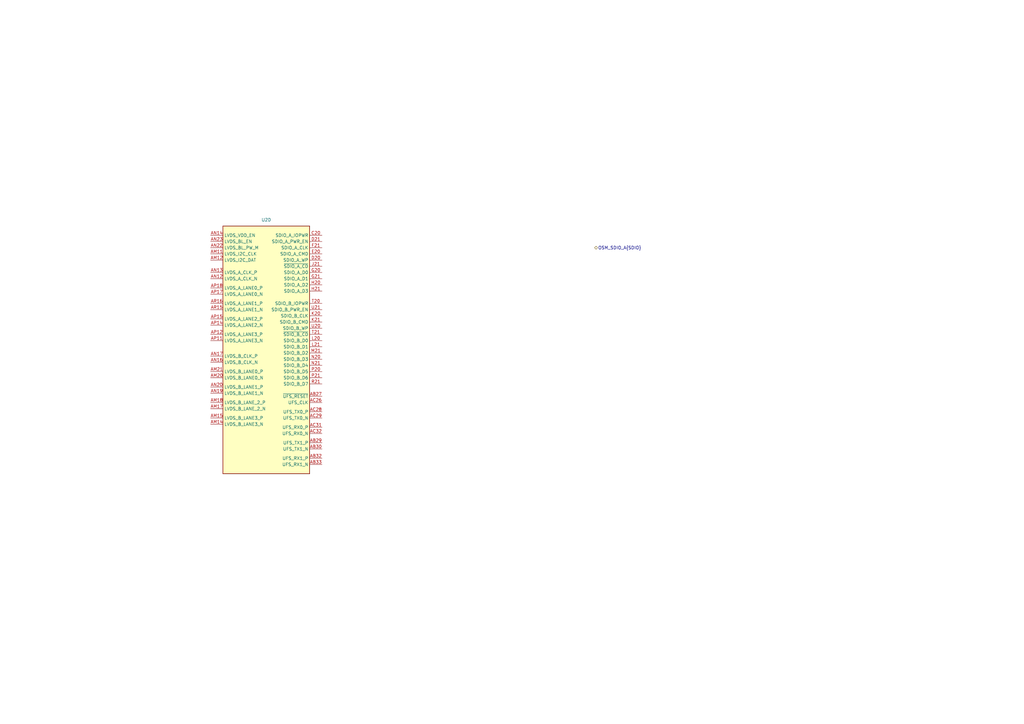
<source format=kicad_sch>
(kicad_sch (version 20250114) (generator "eeschema") (generator_version "9.0")
  (paper "A3")
  (title_block (title "BMC Reference Carrier Board") (date "2025-08-14") (rev "1.0.0"))
  (hierarchical_label "OSM_SDIO_A{SDIO}" (shape bidirectional) (at 243.84 101.6 0))
  (symbol (lib_id "antmicroModules:OSM-L_Carrier-side") (at 86.36 96.52 0) (unit 4)
    (property "Reference" "U2" (at 109.22 90.17 0))
    (property "Value" "OSM-L_Carrier-side" (effects (hide yes)))
    (property "Footprint" "antmicro-footprints:OSM-L_Carrier-side" (effects (hide yes)))
    (property "Datasheet" "https://sget.org/standards/osm/" (effects (hide yes)))
    (property "Description" "Open Standard Module (OSM)" (effects (hide yes)))
    (property "Author" "Antmicro" (effects (hide yes)))
    (property "License" "Apache-2.0" (effects (hide yes)))
  )
)
</source>
